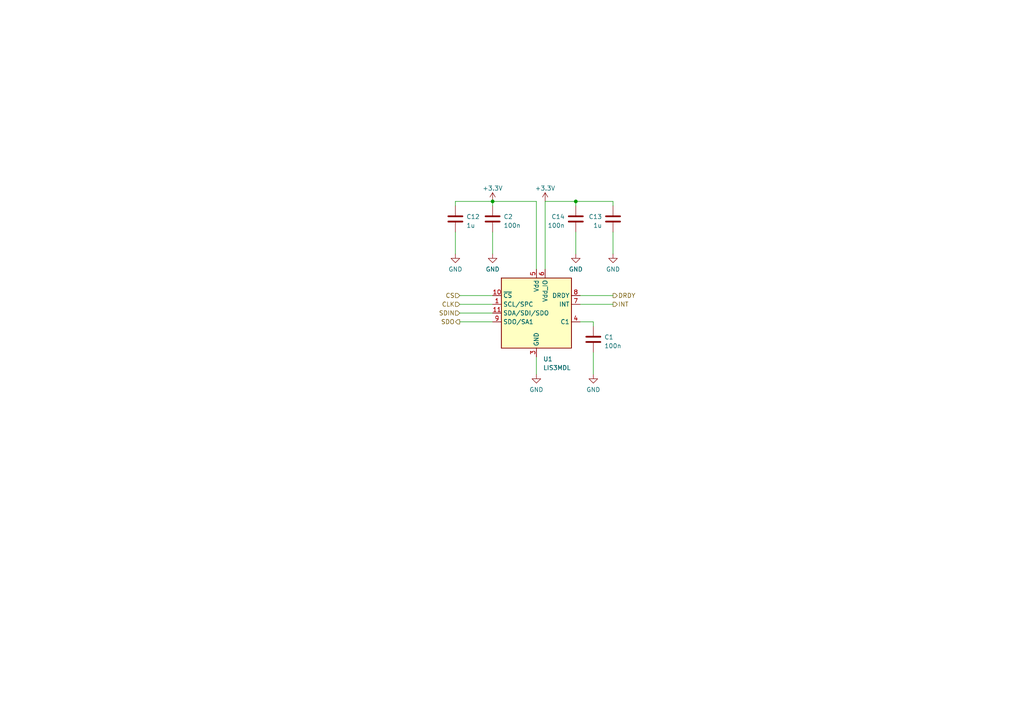
<source format=kicad_sch>
(kicad_sch (version 20230121) (generator eeschema)
  (paper "A4")
  (lib_symbols
    (symbol "Device:C" (pin_numbers hide) (pin_names (offset 0.254))
      (property "Reference" "C" (at 0.635 2.54 0))
      (property "Value" "C" (at 0.635 -2.54 0))
      (symbol "C_0_1"
        (polyline (pts (xy -2.032 -0.762) (xy 2.032 -0.762)) (stroke (width 0.508)))
        (polyline (pts (xy -2.032 0.762) (xy 2.032 0.762)) (stroke (width 0.508)))
      )
      (symbol "C_1_1"
        (pin passive line (at 0 3.81 270) (length 2.794) (name "~") (number "1"))
        (pin passive line (at 0 -3.81 90) (length 2.794) (name "~") (number "2"))
      )
    )
    (symbol "Sensor_Magnetic:LIS3MDL"
      (property "Reference" "U" (at -8.89 11.43 0))
      (property "Value" "LIS3MDL" (at 7.62 11.43 0))
      (symbol "LIS3MDL_0_1"
        (rectangle (start -10.16 10.16) (end 10.16 -10.16) (stroke (width 0.254)) (fill (type background)))
      )
      (symbol "LIS3MDL_1_1"
        (pin input line (at -12.7 2.54 0) (length 2.54) (name "SCL/SPC") (number "1"))
        (pin input line (at -12.7 5.08 0) (length 2.54) (name "~{CS}") (number "10"))
        (pin bidirectional line (at -12.7 0 0) (length 2.54) (name "SDA/SDI/SDO") (number "11"))
        (pin passive line (at 0 -12.7 90) (length 2.54) hide (name "GND") (number "12"))
        (pin passive line (at 0 -12.7 90) (length 2.54) hide (name "GND") (number "2"))
        (pin power_in line (at 0 -12.7 90) (length 2.54) (name "GND") (number "3"))
        (pin power_out line (at 12.7 -2.54 180) (length 2.54) (name "C1") (number "4"))
        (pin power_in line (at 0 12.7 270) (length 2.54) (name "Vdd") (number "5"))
        (pin power_in line (at 2.54 12.7 270) (length 2.54) (name "Vdd_IO") (number "6"))
        (pin output line (at 12.7 2.54 180) (length 2.54) (name "INT") (number "7"))
        (pin output line (at 12.7 5.08 180) (length 2.54) (name "DRDY") (number "8"))
        (pin bidirectional line (at -12.7 -2.54 0) (length 2.54) (name "SDO/SA1") (number "9"))
      )
    )
    (symbol "power:+3.3V" (power) (pin_names (offset 0))
      (property "Value" "+3.3V" (at 0 3.556 0))
      (symbol "+3.3V_0_1"
        (polyline (pts (xy -0.762 1.27) (xy 0 2.54)))
        (polyline (pts (xy 0 0) (xy 0 2.54)))
        (polyline (pts (xy 0 2.54) (xy 0.762 1.27)))
      )
      (symbol "+3.3V_1_1"
        (pin power_in line (at 0 0 90) (length 0) hide (name "+3.3V") (number "1"))
      )
    )
    (symbol "power:GND" (power) (pin_names (offset 0))
      (property "Value" "GND" (at 0 -3.81 0))
      (symbol "GND_0_1"
        (polyline (pts (xy 0 0) (xy 0 -1.27) (xy 1.27 -1.27) (xy 0 -2.54) (xy -1.27 -1.27) (xy 0 -1.27)))
      )
      (symbol "GND_1_1"
        (pin power_in line (at 0 0 270) (length 0) hide (name "GND") (number "1"))
      )
    )
  )
  (junction (at 142.875 58.42))
  (junction (at 167.005 58.42))
  (wire (pts (xy 142.875 73.66) (xy 142.875 67.31)))
  (wire (pts (xy 168.275 85.725) (xy 177.8 85.725)))
  (wire (pts (xy 158.115 58.42) (xy 167.005 58.42)))
  (wire (pts (xy 133.35 93.345) (xy 142.875 93.345)))
  (wire (pts (xy 168.275 93.345) (xy 172.085 93.345)))
  (wire (pts (xy 172.085 108.585) (xy 172.085 102.235)))
  (wire (pts (xy 177.8 73.66) (xy 177.8 67.31)))
  (wire (pts (xy 172.085 93.345) (xy 172.085 94.615)))
  (wire (pts (xy 155.575 108.585) (xy 155.575 103.505)))
  (wire (pts (xy 133.35 90.805) (xy 142.875 90.805)))
  (wire (pts (xy 167.005 58.42) (xy 167.005 59.69)))
  (wire (pts (xy 132.08 58.42) (xy 142.875 58.42)))
  (wire (pts (xy 168.275 88.265) (xy 177.8 88.265)))
  (wire (pts (xy 142.875 58.42) (xy 142.875 59.69)))
  (wire (pts (xy 133.35 88.265) (xy 142.875 88.265)))
  (wire (pts (xy 155.575 58.42) (xy 155.575 78.105)))
  (wire (pts (xy 167.005 73.66) (xy 167.005 67.31)))
  (wire (pts (xy 133.35 85.725) (xy 142.875 85.725)))
  (wire (pts (xy 132.08 73.66) (xy 132.08 67.31)))
  (wire (pts (xy 132.08 58.42) (xy 132.08 59.69)))
  (wire (pts (xy 177.8 58.42) (xy 177.8 59.69)))
  (wire (pts (xy 167.005 58.42) (xy 177.8 58.42)))
  (wire (pts (xy 158.115 58.42) (xy 158.115 78.105)))
  (wire (pts (xy 142.875 58.42) (xy 155.575 58.42)))
  (hierarchical_label "DRDY" (shape output) (at 177.8 85.725 0))
  (hierarchical_label "SDO" (shape output) (at 133.35 93.345 180))
  (hierarchical_label "CS" (shape input) (at 133.35 85.725 180))
  (hierarchical_label "SDIN" (shape input) (at 133.35 90.805 180))
  (hierarchical_label "CLK" (shape input) (at 133.35 88.265 180))
  (hierarchical_label "INT" (shape output) (at 177.8 88.265 0))
  (symbol (lib_id "Sensor_Magnetic:LIS3MDL") (at 155.575 90.805 0) (unit 1)
    (property "Reference" "U1" (at 157.5309 104.14 0) (effects (justify left)))
    (property "Value" "LIS3MDL" (at 157.5309 106.68 0) (effects (justify left)))
    (property "Footprint" "Package_LGA:LGA-12_2x2mm_P0.5mm" (effects hide))
    (property "Datasheet" "https://www.st.com/resource/en/datasheet/lis3mdl.pdf" (effects hide))
  )
  (symbol (lib_id "power:GND") (at 132.08 73.66 0) (unit 1)
    (property "Reference" "#PWR01" (effects hide))
    (property "Value" "GND" (at 132.08 78.105 0))
    (instances (project "Open_hand" (path "" (reference "#PWR01") (unit 1)) (path "" (reference "#PWR04") (unit 1))))
  )
  (symbol (lib_id "power:GND") (at 177.8 73.66 0) (mirror y) (unit 1)
    (property "Reference" "#PWR01" (effects hide))
    (property "Value" "GND" (at 177.8 78.105 0))
    (instances (project "Open_hand" (path "" (reference "#PWR01") (unit 1)) (path "" (reference "#PWR07") (unit 1))))
  )
  (symbol (lib_id "Device:C") (at 177.8 63.5 0) (mirror y) (unit 1)
    (property "Reference" "C13" (at 174.625 62.865 0) (effects (justify left)))
    (property "Value" "1u" (at 174.625 65.405 0) (effects (justify left)))
    (property "Footprint" "Capacitor_SMD:C_0603_1608Metric" (effects hide))
  )
  (symbol (lib_id "Device:C") (at 167.005 63.5 0) (mirror y) (unit 1)
    (property "Reference" "C14" (at 163.83 62.865 0) (effects (justify left)))
    (property "Value" "100n" (at 163.83 65.405 0) (effects (justify left)))
    (property "Footprint" "Capacitor_SMD:C_0603_1608Metric" (effects hide))
  )
  (symbol (lib_id "power:GND") (at 172.085 108.585 0) (unit 1)
    (property "Reference" "#PWR01" (effects hide))
    (property "Value" "GND" (at 172.085 113.03 0))
    (instances (project "Open_hand" (path "" (reference "#PWR01") (unit 1)) (path "" (reference "#PWR02") (unit 1))))
  )
  (symbol (lib_id "power:+3.3V") (at 142.875 58.42 0) (unit 1)
    (property "Reference" "#PWR05" (effects hide))
    (property "Value" "+3.3V" (at 142.875 54.61 0))
  )
  (symbol (lib_id "Device:C") (at 142.875 63.5 0) (unit 1)
    (property "Reference" "C2" (at 146.05 62.865 0) (effects (justify left)))
    (property "Value" "100n" (at 146.05 65.405 0) (effects (justify left)))
    (property "Footprint" "Capacitor_SMD:C_0603_1608Metric" (effects hide))
  )
  (symbol (lib_id "power:GND") (at 155.575 108.585 0) (unit 1)
    (property "Reference" "#PWR01" (effects hide))
    (property "Value" "GND" (at 155.575 113.03 0))
  )
  (symbol (lib_id "power:GND") (at 142.875 73.66 0) (unit 1)
    (property "Reference" "#PWR01" (effects hide))
    (property "Value" "GND" (at 142.875 78.105 0))
    (instances (project "Open_hand" (path "" (reference "#PWR01") (unit 1)) (path "" (reference "#PWR03") (unit 1))))
  )
  (symbol (lib_id "power:GND") (at 167.005 73.66 0) (mirror y) (unit 1)
    (property "Reference" "#PWR01" (effects hide))
    (property "Value" "GND" (at 167.005 78.105 0))
    (instances (project "Open_hand" (path "" (reference "#PWR01") (unit 1)) (path "" (reference "#PWR08") (unit 1))))
  )
  (symbol (lib_id "power:+3.3V") (at 158.115 58.42 0) (unit 1)
    (property "Reference" "#PWR06" (effects hide))
    (property "Value" "+3.3V" (at 158.115 54.61 0))
  )
  (symbol (lib_id "Device:C") (at 132.08 63.5 0) (unit 1)
    (property "Reference" "C12" (at 135.255 62.865 0) (effects (justify left)))
    (property "Value" "1u" (at 135.255 65.405 0) (effects (justify left)))
    (property "Footprint" "Capacitor_SMD:C_0603_1608Metric" (effects hide))
  )
  (symbol (lib_id "Device:C") (at 172.085 98.425 0) (unit 1)
    (property "Reference" "C1" (at 175.26 97.79 0) (effects (justify left)))
    (property "Value" "100n" (at 175.26 100.33 0) (effects (justify left)))
    (property "Footprint" "Capacitor_SMD:C_0603_1608Metric" (effects hide))
  )
)
</source>
